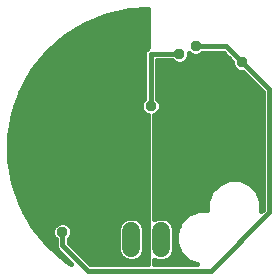
<source format=gbl>
G75*
%MOIN*%
%OFA0B0*%
%FSLAX25Y25*%
%IPPOS*%
%LPD*%
%AMOC8*
5,1,8,0,0,1.08239X$1,22.5*
%
%ADD10C,0.05906*%
%ADD11C,0.03762*%
%ADD12C,0.01600*%
D10*
X0054500Y0016547D02*
X0054500Y0022453D01*
X0044500Y0022453D02*
X0044500Y0016547D01*
D11*
X0060500Y0081400D03*
X0051000Y0064000D03*
X0066000Y0084000D03*
X0081500Y0078500D03*
X0021500Y0022000D03*
X0027000Y0051000D03*
X0031500Y0051000D03*
X0036000Y0051000D03*
X0040500Y0051000D03*
X0045000Y0051000D03*
X0027000Y0046000D03*
X0031500Y0046000D03*
X0027000Y0041500D03*
X0031500Y0041500D03*
X0054000Y0050000D03*
X0058500Y0050000D03*
X0063000Y0050000D03*
X0067500Y0050000D03*
X0072000Y0050000D03*
X0074000Y0054000D03*
X0069500Y0054000D03*
X0069500Y0058500D03*
X0074000Y0058500D03*
D12*
X0060500Y0081400D02*
X0051000Y0081400D01*
X0051000Y0064000D01*
X0066000Y0084000D02*
X0076000Y0084000D01*
X0081500Y0078500D01*
X0090500Y0069500D01*
X0090500Y0028500D01*
X0071000Y0009000D01*
X0030000Y0009000D01*
X0021500Y0017500D01*
X0021500Y0022000D01*
X0022409Y0012695D02*
X0016501Y0017894D01*
X0011557Y0024017D01*
X0007719Y0030888D01*
X0005097Y0038308D01*
X0003767Y0046065D01*
X0003767Y0053935D01*
X0005097Y0061692D01*
X0007719Y0069112D01*
X0011557Y0075983D01*
X0016501Y0082106D01*
X0022409Y0087305D01*
X0029111Y0091432D01*
X0036413Y0094366D01*
X0044106Y0096024D01*
X0050000Y0096275D01*
X0050000Y0083511D01*
X0048800Y0082311D01*
X0048800Y0066440D01*
X0048218Y0065859D01*
X0047719Y0064653D01*
X0047719Y0063347D01*
X0048218Y0062141D01*
X0049141Y0061218D01*
X0050000Y0060863D01*
X0050000Y0011200D01*
X0030911Y0011200D01*
X0023700Y0018411D01*
X0023700Y0019560D01*
X0024282Y0020141D01*
X0024781Y0021347D01*
X0024781Y0022653D01*
X0024282Y0023859D01*
X0023359Y0024782D01*
X0022153Y0025281D01*
X0020847Y0025281D01*
X0019641Y0024782D01*
X0018718Y0023859D01*
X0018219Y0022653D01*
X0018219Y0021347D01*
X0018718Y0020141D01*
X0019300Y0019560D01*
X0019300Y0016589D01*
X0020589Y0015300D01*
X0024452Y0011436D01*
X0022409Y0012695D01*
X0048853Y0015681D02*
X0048853Y0023319D01*
X0048190Y0024918D01*
X0046966Y0026143D01*
X0045366Y0026805D01*
X0043634Y0026805D01*
X0042034Y0026143D01*
X0040810Y0024918D01*
X0040147Y0023319D01*
X0040147Y0015681D01*
X0040810Y0014082D01*
X0042034Y0012857D01*
X0043634Y0012194D01*
X0045366Y0012194D01*
X0046966Y0012857D01*
X0048190Y0014082D01*
X0048853Y0015681D01*
X0023101Y0012788D02*
X0022303Y0012788D01*
X0029323Y0012788D02*
X0042201Y0012788D01*
X0046799Y0012788D02*
X0050000Y0012788D01*
X0021502Y0014387D02*
X0020486Y0014387D01*
X0027725Y0014387D02*
X0040684Y0014387D01*
X0048316Y0014387D02*
X0050000Y0014387D01*
X0019904Y0015985D02*
X0018670Y0015985D01*
X0026126Y0015985D02*
X0040147Y0015985D01*
X0048853Y0015985D02*
X0050000Y0015985D01*
X0019300Y0017584D02*
X0016854Y0017584D01*
X0024528Y0017584D02*
X0040147Y0017584D01*
X0048853Y0017584D02*
X0050000Y0017584D01*
X0019300Y0019182D02*
X0015461Y0019182D01*
X0023700Y0019182D02*
X0040147Y0019182D01*
X0048853Y0019182D02*
X0050000Y0019182D01*
X0018454Y0020781D02*
X0014170Y0020781D01*
X0024546Y0020781D02*
X0040147Y0020781D01*
X0048853Y0020781D02*
X0050000Y0020781D01*
X0018219Y0022379D02*
X0012880Y0022379D01*
X0024781Y0022379D02*
X0040147Y0022379D01*
X0048853Y0022379D02*
X0050000Y0022379D01*
X0018838Y0023978D02*
X0011589Y0023978D01*
X0024162Y0023978D02*
X0040420Y0023978D01*
X0048580Y0023978D02*
X0050000Y0023978D01*
X0041468Y0025576D02*
X0010686Y0025576D01*
X0047532Y0025576D02*
X0050000Y0025576D01*
X0050000Y0027175D02*
X0009793Y0027175D01*
X0008900Y0028773D02*
X0050000Y0028773D01*
X0050000Y0030372D02*
X0008007Y0030372D01*
X0007337Y0031970D02*
X0050000Y0031970D01*
X0050000Y0033569D02*
X0006772Y0033569D01*
X0006207Y0035167D02*
X0050000Y0035167D01*
X0050000Y0036766D02*
X0005642Y0036766D01*
X0005088Y0038364D02*
X0050000Y0038364D01*
X0050000Y0039963D02*
X0004813Y0039963D01*
X0004539Y0041561D02*
X0050000Y0041561D01*
X0050000Y0043160D02*
X0004265Y0043160D01*
X0003991Y0044758D02*
X0050000Y0044758D01*
X0050000Y0046357D02*
X0003767Y0046357D01*
X0003767Y0047955D02*
X0050000Y0047955D01*
X0050000Y0049554D02*
X0003767Y0049554D01*
X0003767Y0051152D02*
X0050000Y0051152D01*
X0050000Y0052751D02*
X0003767Y0052751D01*
X0003838Y0054349D02*
X0050000Y0054349D01*
X0050000Y0055948D02*
X0004112Y0055948D01*
X0004386Y0057546D02*
X0050000Y0057546D01*
X0050000Y0059145D02*
X0004660Y0059145D01*
X0004935Y0060743D02*
X0050000Y0060743D01*
X0048135Y0062342D02*
X0005327Y0062342D01*
X0005892Y0063940D02*
X0047719Y0063940D01*
X0048086Y0065539D02*
X0006456Y0065539D01*
X0007021Y0067137D02*
X0048800Y0067137D01*
X0048800Y0068736D02*
X0007586Y0068736D01*
X0008402Y0070334D02*
X0048800Y0070334D01*
X0048800Y0071933D02*
X0009295Y0071933D01*
X0010188Y0073532D02*
X0048800Y0073532D01*
X0048800Y0075130D02*
X0011081Y0075130D01*
X0012159Y0076729D02*
X0048800Y0076729D01*
X0048800Y0078327D02*
X0013450Y0078327D01*
X0014741Y0079926D02*
X0048800Y0079926D01*
X0048800Y0081524D02*
X0016031Y0081524D01*
X0017656Y0083123D02*
X0049611Y0083123D01*
X0050000Y0084721D02*
X0019473Y0084721D01*
X0021289Y0086320D02*
X0050000Y0086320D01*
X0050000Y0087918D02*
X0023404Y0087918D01*
X0026000Y0089517D02*
X0050000Y0089517D01*
X0050000Y0091115D02*
X0028596Y0091115D01*
X0032301Y0092714D02*
X0050000Y0092714D01*
X0050000Y0094312D02*
X0036279Y0094312D01*
X0043580Y0095911D02*
X0050000Y0095911D01*
X0087902Y0032235D02*
X0086517Y0035579D01*
X0083958Y0038139D01*
X0080613Y0039524D01*
X0076993Y0039524D01*
X0073649Y0038139D01*
X0071089Y0035579D01*
X0069704Y0032235D01*
X0069704Y0029271D01*
X0066740Y0029271D01*
X0063396Y0027885D01*
X0060836Y0025326D01*
X0059451Y0021982D01*
X0059451Y0018362D01*
X0060836Y0015017D01*
X0063396Y0012458D01*
X0066432Y0011200D01*
X0052200Y0011200D01*
X0052200Y0012789D01*
X0053634Y0012194D01*
X0055366Y0012194D01*
X0056966Y0012857D01*
X0058190Y0014082D01*
X0058853Y0015681D01*
X0058853Y0023319D01*
X0058190Y0024918D01*
X0056966Y0026143D01*
X0055366Y0026805D01*
X0053634Y0026805D01*
X0052200Y0026211D01*
X0052200Y0060946D01*
X0052859Y0061218D01*
X0053782Y0062141D01*
X0054281Y0063347D01*
X0054281Y0064653D01*
X0053782Y0065859D01*
X0053200Y0066440D01*
X0053200Y0079200D01*
X0058060Y0079200D01*
X0058641Y0078618D01*
X0059847Y0078119D01*
X0061153Y0078119D01*
X0062359Y0078618D01*
X0063282Y0079541D01*
X0063781Y0080747D01*
X0063781Y0081579D01*
X0064141Y0081218D01*
X0065347Y0080719D01*
X0066653Y0080719D01*
X0067859Y0081218D01*
X0068440Y0081800D01*
X0075089Y0081800D01*
X0078219Y0078670D01*
X0078219Y0077847D01*
X0078718Y0076641D01*
X0079641Y0075718D01*
X0080847Y0075219D01*
X0081670Y0075219D01*
X0088300Y0068589D01*
X0088300Y0029411D01*
X0087902Y0029014D01*
X0087902Y0032235D01*
X0052201Y0012788D02*
X0052200Y0012788D01*
X0056799Y0012788D02*
X0063065Y0012788D01*
X0061467Y0014387D02*
X0058316Y0014387D01*
X0058853Y0015985D02*
X0060435Y0015985D01*
X0059773Y0017584D02*
X0058853Y0017584D01*
X0058853Y0019182D02*
X0059451Y0019182D01*
X0059451Y0020781D02*
X0058853Y0020781D01*
X0058853Y0022379D02*
X0059616Y0022379D01*
X0060278Y0023978D02*
X0058580Y0023978D01*
X0057532Y0025576D02*
X0061087Y0025576D01*
X0062685Y0027175D02*
X0052200Y0027175D01*
X0052200Y0028773D02*
X0065539Y0028773D01*
X0069704Y0030372D02*
X0052200Y0030372D01*
X0087902Y0030372D02*
X0088300Y0030372D01*
X0069704Y0031970D02*
X0052200Y0031970D01*
X0087902Y0031970D02*
X0088300Y0031970D01*
X0070257Y0033569D02*
X0052200Y0033569D01*
X0087350Y0033569D02*
X0088300Y0033569D01*
X0070919Y0035167D02*
X0052200Y0035167D01*
X0086688Y0035167D02*
X0088300Y0035167D01*
X0072276Y0036766D02*
X0052200Y0036766D01*
X0085330Y0036766D02*
X0088300Y0036766D01*
X0074194Y0038364D02*
X0052200Y0038364D01*
X0083413Y0038364D02*
X0088300Y0038364D01*
X0088300Y0039963D02*
X0052200Y0039963D01*
X0052200Y0041561D02*
X0088300Y0041561D01*
X0088300Y0043160D02*
X0052200Y0043160D01*
X0052200Y0044758D02*
X0088300Y0044758D01*
X0088300Y0046357D02*
X0052200Y0046357D01*
X0052200Y0047955D02*
X0088300Y0047955D01*
X0088300Y0049554D02*
X0052200Y0049554D01*
X0052200Y0051152D02*
X0088300Y0051152D01*
X0088300Y0052751D02*
X0052200Y0052751D01*
X0052200Y0054349D02*
X0088300Y0054349D01*
X0088300Y0055948D02*
X0052200Y0055948D01*
X0052200Y0057546D02*
X0088300Y0057546D01*
X0088300Y0059145D02*
X0052200Y0059145D01*
X0052200Y0060743D02*
X0088300Y0060743D01*
X0088300Y0062342D02*
X0053865Y0062342D01*
X0054281Y0063940D02*
X0088300Y0063940D01*
X0088300Y0065539D02*
X0053914Y0065539D01*
X0053200Y0067137D02*
X0088300Y0067137D01*
X0088153Y0068736D02*
X0053200Y0068736D01*
X0053200Y0070334D02*
X0086554Y0070334D01*
X0084956Y0071933D02*
X0053200Y0071933D01*
X0053200Y0073532D02*
X0083357Y0073532D01*
X0081759Y0075130D02*
X0053200Y0075130D01*
X0053200Y0076729D02*
X0078682Y0076729D01*
X0059345Y0078327D02*
X0053200Y0078327D01*
X0061655Y0078327D02*
X0078219Y0078327D01*
X0076963Y0079926D02*
X0063441Y0079926D01*
X0063781Y0081524D02*
X0063836Y0081524D01*
X0068164Y0081524D02*
X0075365Y0081524D01*
M02*

</source>
